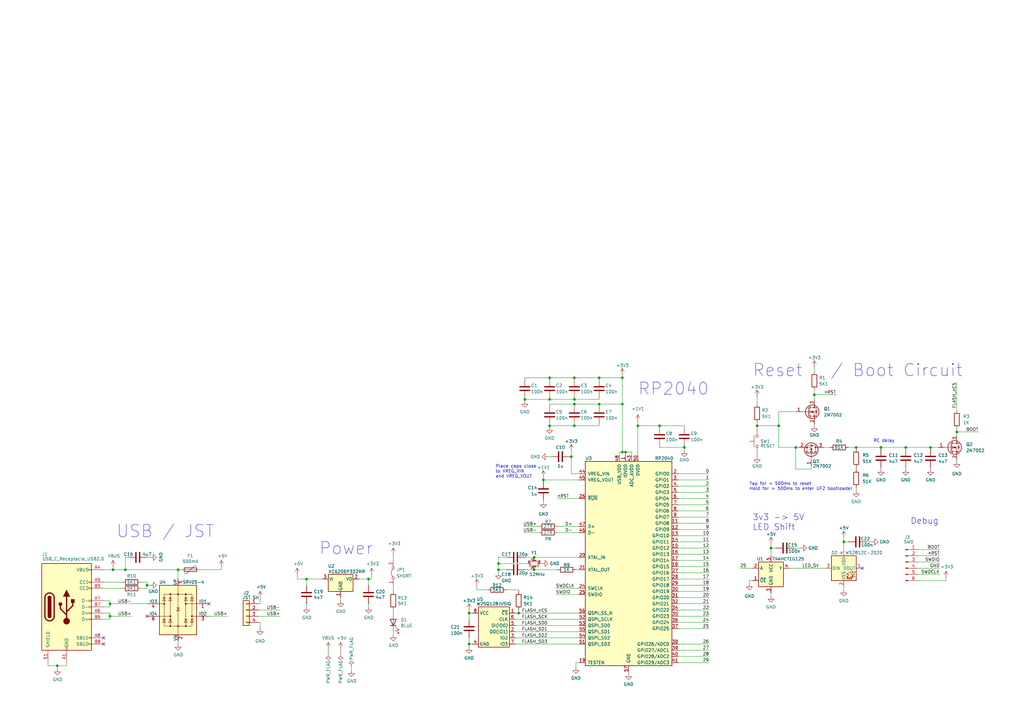
<source format=kicad_sch>
(kicad_sch (version 20211123) (generator eeschema)
  (paper "A3")
  (title_block (title "Keyboard") (date "2022-10-05") (rev "0.1") (company "Josh Johnson"))
  (junction (at 371.475 183.515))
  (junction (at 192.405 264.16))
  (junction (at 234.315 187.325))
  (junction (at 351.155 183.515))
  (junction (at 255.27 154.94))
  (junction (at 204.47 233.68))
  (junction (at 219.075 233.68))
  (junction (at 235.585 154.94))
  (junction (at 219.075 228.6))
  (junction (at 319.405 174.625))
  (junction (at 23.495 273.05))
  (junction (at 46.355 233.68))
  (junction (at 73.025 233.68))
  (junction (at 204.47 231.14))
  (junction (at 60.325 240.03))
  (junction (at 392.43 177.165))
  (junction (at 192.405 251.46))
  (junction (at 255.27 165.735))
  (junction (at 326.39 183.515))
  (junction (at 310.515 174.625))
  (junction (at 225.425 154.94))
  (junction (at 255.27 185.42))
  (junction (at 45.085 247.65))
  (junction (at 256.54 185.42))
  (junction (at 245.745 154.94))
  (junction (at 381.635 183.515))
  (junction (at 235.585 174.625))
  (junction (at 215.265 163.83))
  (junction (at 51.435 233.68))
  (junction (at 270.51 174.625))
  (junction (at 45.085 252.73))
  (junction (at 361.315 183.515))
  (junction (at 261.62 174.625))
  (junction (at 125.73 237.49))
  (junction (at 235.585 163.83))
  (junction (at 225.425 163.83))
  (junction (at 280.67 183.515))
  (junction (at 151.13 237.49))
  (junction (at 245.745 165.735))
  (junction (at 346.075 222.25))
  (junction (at 225.425 174.625))
  (junction (at 235.585 165.735))
  (junction (at 334.01 161.925))
  (junction (at 316.23 224.79))
  (junction (at 222.885 196.85))
  (junction (at 212.725 251.46))
  (no_connect (at 353.695 233.045))
  (no_connect (at 42.545 264.16))
  (no_connect (at 85.725 247.65))
  (no_connect (at 42.545 261.62))
  (no_connect (at 60.325 252.73))
  (wire (pts (xy 235.585 163.83) (xy 245.745 163.83)))
  (wire (pts (xy 332.74 192.405) (xy 326.39 192.405)))
  (wire (pts (xy 361.315 184.15) (xy 361.315 183.515)))
  (wire (pts (xy 278.13 234.95) (xy 290.83 234.95)))
  (wire (pts (xy 278.13 247.65) (xy 290.83 247.65)))
  (wire (pts (xy 192.405 264.16) (xy 193.675 264.16)))
  (wire (pts (xy 121.92 235.585) (xy 121.92 237.49)))
  (wire (pts (xy 278.13 196.85) (xy 290.83 196.85)))
  (wire (pts (xy 57.785 241.3) (xy 60.325 241.3)))
  (wire (pts (xy 319.405 183.515) (xy 319.405 174.625)))
  (wire (pts (xy 280.67 183.515) (xy 280.67 184.785)))
  (wire (pts (xy 334.01 161.925) (xy 342.9 161.925)))
  (wire (pts (xy 225.425 163.83) (xy 235.585 163.83)))
  (wire (pts (xy 326.39 183.515) (xy 327.66 183.515)))
  (wire (pts (xy 392.43 188.595) (xy 392.43 189.23)))
  (wire (pts (xy 60.325 240.03) (xy 60.325 241.3)))
  (wire (pts (xy 392.43 156.845) (xy 392.43 168.275)))
  (wire (pts (xy 259.08 185.42) (xy 256.54 185.42)))
  (wire (pts (xy 334.01 160.02) (xy 334.01 161.925)))
  (wire (pts (xy 323.85 233.045) (xy 338.455 233.045)))
  (wire (pts (xy 147.32 237.49) (xy 151.13 237.49)))
  (wire (pts (xy 270.51 183.515) (xy 280.67 183.515)))
  (wire (pts (xy 139.7 266.065) (xy 139.7 267.97)))
  (wire (pts (xy 371.475 183.515) (xy 381.635 183.515)))
  (wire (pts (xy 45.085 252.73) (xy 53.975 252.73)))
  (wire (pts (xy 376.555 238.125) (xy 387.985 238.125)))
  (wire (pts (xy 46.355 232.41) (xy 46.355 233.68)))
  (wire (pts (xy 278.13 212.09) (xy 290.83 212.09)))
  (wire (pts (xy 261.62 174.625) (xy 261.62 186.69)))
  (wire (pts (xy 211.455 254) (xy 237.49 254)))
  (wire (pts (xy 42.545 251.46) (xy 45.085 251.46)))
  (wire (pts (xy 261.62 172.72) (xy 261.62 174.625)))
  (wire (pts (xy 316.23 222.885) (xy 316.23 224.79)))
  (wire (pts (xy 376.555 225.425) (xy 385.445 225.425)))
  (wire (pts (xy 278.13 204.47) (xy 290.83 204.47)))
  (wire (pts (xy 278.13 266.7) (xy 290.83 266.7)))
  (wire (pts (xy 278.13 252.73) (xy 290.83 252.73)))
  (wire (pts (xy 57.785 238.76) (xy 60.325 238.76)))
  (wire (pts (xy 278.13 227.33) (xy 290.83 227.33)))
  (wire (pts (xy 125.73 237.49) (xy 125.73 240.03)))
  (wire (pts (xy 228.6 215.9) (xy 237.49 215.9)))
  (wire (pts (xy 278.13 214.63) (xy 290.83 214.63)))
  (wire (pts (xy 280.67 182.88) (xy 280.67 183.515)))
  (wire (pts (xy 192.405 251.46) (xy 193.675 251.46)))
  (wire (pts (xy 52.705 228.6) (xy 51.435 228.6)))
  (wire (pts (xy 278.13 222.25) (xy 290.83 222.25)))
  (wire (pts (xy 225.425 166.37) (xy 225.425 165.735)))
  (wire (pts (xy 334.01 150.495) (xy 334.01 152.4)))
  (wire (pts (xy 50.165 241.3) (xy 42.545 241.3)))
  (wire (pts (xy 278.13 245.11) (xy 290.83 245.11)))
  (wire (pts (xy 236.22 233.68) (xy 237.49 233.68)))
  (wire (pts (xy 387.985 236.855) (xy 387.985 238.125)))
  (wire (pts (xy 225.425 163.195) (xy 225.425 163.83)))
  (wire (pts (xy 161.29 260.35) (xy 161.29 259.08)))
  (wire (pts (xy 204.47 233.68) (xy 207.645 233.68)))
  (wire (pts (xy 161.29 240.03) (xy 161.29 242.57)))
  (wire (pts (xy 151.13 248.92) (xy 151.13 247.65)))
  (wire (pts (xy 245.745 154.94) (xy 245.745 155.575)))
  (wire (pts (xy 371.475 191.77) (xy 371.475 192.405)))
  (wire (pts (xy 204.47 228.6) (xy 204.47 231.14)))
  (wire (pts (xy 237.49 204.47) (xy 228.6 204.47)))
  (wire (pts (xy 235.585 165.735) (xy 245.745 165.735)))
  (wire (pts (xy 278.13 255.27) (xy 290.83 255.27)))
  (wire (pts (xy 371.475 184.15) (xy 371.475 183.515)))
  (wire (pts (xy 237.49 194.31) (xy 234.315 194.31)))
  (wire (pts (xy 278.13 240.03) (xy 290.83 240.03)))
  (wire (pts (xy 361.315 191.77) (xy 361.315 192.405)))
  (wire (pts (xy 256.54 185.42) (xy 256.54 186.69)))
  (wire (pts (xy 74.295 233.68) (xy 73.025 233.68)))
  (wire (pts (xy 337.82 183.515) (xy 340.36 183.515)))
  (wire (pts (xy 211.455 259.08) (xy 237.49 259.08)))
  (wire (pts (xy 73.025 233.68) (xy 73.025 237.49)))
  (wire (pts (xy 255.27 153.67) (xy 255.27 154.94)))
  (wire (pts (xy 392.43 177.165) (xy 392.43 178.435)))
  (wire (pts (xy 278.13 232.41) (xy 290.83 232.41)))
  (wire (pts (xy 151.13 240.03) (xy 151.13 237.49)))
  (wire (pts (xy 310.515 173.355) (xy 310.515 174.625)))
  (wire (pts (xy 381.635 184.15) (xy 381.635 183.515)))
  (wire (pts (xy 316.23 224.79) (xy 318.135 224.79)))
  (wire (pts (xy 90.805 232.41) (xy 90.805 233.68)))
  (wire (pts (xy 278.13 250.19) (xy 290.83 250.19)))
  (wire (pts (xy 46.355 233.68) (xy 51.435 233.68)))
  (wire (pts (xy 278.13 257.81) (xy 290.83 257.81)))
  (wire (pts (xy 376.555 233.045) (xy 385.445 233.045)))
  (wire (pts (xy 106.045 255.27) (xy 106.68 255.27)))
  (wire (pts (xy 278.13 264.16) (xy 290.83 264.16)))
  (wire (pts (xy 45.085 254) (xy 42.545 254)))
  (wire (pts (xy 125.73 237.49) (xy 132.08 237.49)))
  (wire (pts (xy 235.585 163.195) (xy 235.585 163.83)))
  (wire (pts (xy 278.13 242.57) (xy 290.83 242.57)))
  (wire (pts (xy 204.47 231.14) (xy 216.535 231.14)))
  (wire (pts (xy 326.39 192.405) (xy 326.39 183.515)))
  (wire (pts (xy 235.585 154.94) (xy 245.745 154.94)))
  (wire (pts (xy 45.085 247.65) (xy 60.325 247.65)))
  (wire (pts (xy 347.98 183.515) (xy 351.155 183.515)))
  (wire (pts (xy 139.7 245.11) (xy 139.7 246.38)))
  (wire (pts (xy 392.43 175.895) (xy 392.43 177.165)))
  (wire (pts (xy 61.595 240.03) (xy 60.325 240.03)))
  (wire (pts (xy 220.98 218.44) (xy 214.63 218.44)))
  (wire (pts (xy 307.34 238.125) (xy 307.34 239.395)))
  (wire (pts (xy 106.045 250.19) (xy 114.935 250.19)))
  (wire (pts (xy 326.39 168.91) (xy 319.405 168.91)))
  (wire (pts (xy 308.61 238.125) (xy 307.34 238.125)))
  (wire (pts (xy 332.74 191.135) (xy 332.74 192.405)))
  (wire (pts (xy 270.51 182.88) (xy 270.51 183.515)))
  (wire (pts (xy 106.68 245.11) (xy 106.68 247.65)))
  (wire (pts (xy 106.68 247.65) (xy 106.045 247.65)))
  (wire (pts (xy 219.075 228.6) (xy 237.49 228.6)))
  (wire (pts (xy 225.425 165.735) (xy 235.585 165.735)))
  (wire (pts (xy 237.49 271.78) (xy 236.22 271.78)))
  (wire (pts (xy 212.725 241.935) (xy 212.725 242.57)))
  (wire (pts (xy 346.075 222.25) (xy 347.98 222.25)))
  (wire (pts (xy 255.27 165.735) (xy 255.27 185.42)))
  (wire (pts (xy 255.27 154.94) (xy 255.27 165.735)))
  (wire (pts (xy 207.645 228.6) (xy 204.47 228.6)))
  (wire (pts (xy 45.085 248.92) (xy 42.545 248.92)))
  (wire (pts (xy 192.405 261.62) (xy 192.405 264.16)))
  (wire (pts (xy 381.635 191.77) (xy 381.635 192.405)))
  (wire (pts (xy 45.085 252.73) (xy 45.085 254)))
  (wire (pts (xy 319.405 168.91) (xy 319.405 174.625)))
  (wire (pts (xy 121.92 237.49) (xy 125.73 237.49)))
  (wire (pts (xy 245.745 173.99) (xy 245.745 174.625)))
  (wire (pts (xy 255.27 185.42) (xy 254 185.42)))
  (wire (pts (xy 278.13 207.01) (xy 290.83 207.01)))
  (wire (pts (xy 212.725 251.46) (xy 237.49 251.46)))
  (wire (pts (xy 381.635 183.515) (xy 384.81 183.515)))
  (wire (pts (xy 235.585 165.735) (xy 235.585 166.37)))
  (wire (pts (xy 215.265 163.83) (xy 215.265 164.465)))
  (wire (pts (xy 211.455 264.16) (xy 237.49 264.16)))
  (wire (pts (xy 222.885 196.85) (xy 222.885 197.485)))
  (wire (pts (xy 235.585 155.575) (xy 235.585 154.94)))
  (wire (pts (xy 316.23 224.79) (xy 316.23 227.965)))
  (wire (pts (xy 19.685 273.05) (xy 19.685 271.78)))
  (wire (pts (xy 45.085 247.65) (xy 45.085 248.92)))
  (wire (pts (xy 245.745 165.735) (xy 255.27 165.735)))
  (wire (pts (xy 326.39 183.515) (xy 319.405 183.515)))
  (wire (pts (xy 192.405 250.19) (xy 192.405 251.46)))
  (wire (pts (xy 270.51 175.26) (xy 270.51 174.625)))
  (wire (pts (xy 215.265 233.68) (xy 219.075 233.68)))
  (wire (pts (xy 221.615 231.14) (xy 222.25 231.14)))
  (wire (pts (xy 236.22 271.78) (xy 236.22 273.685)))
  (wire (pts (xy 45.085 246.38) (xy 45.085 247.65)))
  (wire (pts (xy 278.13 219.71) (xy 290.83 219.71)))
  (wire (pts (xy 278.13 229.87) (xy 290.83 229.87)))
  (wire (pts (xy 235.585 174.625) (xy 245.745 174.625)))
  (wire (pts (xy 200.025 241.935) (xy 195.58 241.935)))
  (wire (pts (xy 256.54 185.42) (xy 255.27 185.42)))
  (wire (pts (xy 233.68 187.325) (xy 234.315 187.325)))
  (wire (pts (xy 245.745 154.94) (xy 255.27 154.94)))
  (wire (pts (xy 27.305 271.78) (xy 27.305 273.05)))
  (wire (pts (xy 316.23 243.205) (xy 316.23 244.475)))
  (wire (pts (xy 376.555 227.965) (xy 385.445 227.965)))
  (wire (pts (xy 385.445 230.505) (xy 376.555 230.505)))
  (wire (pts (xy 278.13 194.31) (xy 290.83 194.31)))
  (wire (pts (xy 227.965 243.84) (xy 237.49 243.84)))
  (wire (pts (xy 346.075 220.345) (xy 346.075 222.25)))
  (wire (pts (xy 215.265 154.94) (xy 225.425 154.94)))
  (wire (pts (xy 346.075 240.665) (xy 346.075 241.935)))
  (wire (pts (xy 60.325 238.76) (xy 60.325 240.03)))
  (wire (pts (xy 228.6 218.44) (xy 237.49 218.44)))
  (wire (pts (xy 245.745 166.37) (xy 245.745 165.735)))
  (wire (pts (xy 106.68 255.27) (xy 106.68 257.81)))
  (wire (pts (xy 278.13 271.78) (xy 290.83 271.78)))
  (wire (pts (xy 270.51 174.625) (xy 280.67 174.625)))
  (wire (pts (xy 303.53 233.045) (xy 308.61 233.045)))
  (wire (pts (xy 161.29 227.33) (xy 161.29 229.87)))
  (wire (pts (xy 60.325 228.6) (xy 61.595 228.6)))
  (wire (pts (xy 225.425 174.625) (xy 235.585 174.625)))
  (wire (pts (xy 237.49 196.85) (xy 222.885 196.85)))
  (wire (pts (xy 234.315 187.325) (xy 234.315 194.31)))
  (wire (pts (xy 351.155 200.025) (xy 351.155 201.295)))
  (wire (pts (xy 23.495 273.05) (xy 19.685 273.05)))
  (wire (pts (xy 334.01 173.99) (xy 334.01 174.625)))
  (wire (pts (xy 42.545 233.68) (xy 46.355 233.68)))
  (wire (pts (xy 211.455 261.62) (xy 237.49 261.62)))
  (wire (pts (xy 106.045 252.73) (xy 114.935 252.73)))
  (wire (pts (xy 222.885 195.58) (xy 222.885 196.85)))
  (wire (pts (xy 151.13 237.49) (xy 152.4 237.49)))
  (wire (pts (xy 280.67 174.625) (xy 280.67 175.26)))
  (wire (pts (xy 361.315 183.515) (xy 371.475 183.515)))
  (wire (pts (xy 212.725 250.19) (xy 212.725 251.46)))
  (wire (pts (xy 234.315 184.785) (xy 234.315 187.325)))
  (wire (pts (xy 215.265 163.83) (xy 225.425 163.83)))
  (wire (pts (xy 351.155 184.15) (xy 351.155 183.515)))
  (wire (pts (xy 319.405 174.625) (xy 310.515 174.625)))
  (wire (pts (xy 392.43 177.165) (xy 401.32 177.165)))
  (wire (pts (xy 334.01 161.925) (xy 334.01 163.83)))
  (wire (pts (xy 219.075 233.68) (xy 228.6 233.68)))
  (wire (pts (xy 278.13 217.17) (xy 290.83 217.17)))
  (wire (pts (xy 278.13 269.24) (xy 290.83 269.24)))
  (wire (pts (xy 215.265 155.575) (xy 215.265 154.94)))
  (wire (pts (xy 225.425 173.99) (xy 225.425 174.625)))
  (wire (pts (xy 235.585 173.99) (xy 235.585 174.625)))
  (wire (pts (xy 385.445 235.585) (xy 376.555 235.585)))
  (wire (pts (xy 204.47 231.14) (xy 204.47 233.68)))
  (wire (pts (xy 225.425 154.94) (xy 235.585 154.94)))
  (wire (pts (xy 278.13 199.39) (xy 290.83 199.39)))
  (wire (pts (xy 45.085 251.46) (xy 45.085 252.73)))
  (wire (pts (xy 270.51 174.625) (xy 261.62 174.625)))
  (wire (pts (xy 195.58 241.935) (xy 195.58 240.03)))
  (wire (pts (xy 85.725 252.73) (xy 93.345 252.73)))
  (wire (pts (xy 23.495 273.05) (xy 23.495 274.32)))
  (wire (pts (xy 192.405 251.46) (xy 192.405 254)))
  (wire (pts (xy 144.145 274.955) (xy 144.145 273.685)))
  (wire (pts (xy 42.545 246.38) (xy 45.085 246.38)))
  (wire (pts (xy 278.13 224.79) (xy 290.83 224.79)))
  (wire (pts (xy 224.79 187.325) (xy 226.06 187.325)))
  (wire (pts (xy 207.645 241.935) (xy 212.725 241.935)))
  (wire (pts (xy 81.915 233.68) (xy 90.805 233.68)))
  (wire (pts (xy 351.155 191.77) (xy 351.155 192.405)))
  (wire (pts (xy 204.47 233.68) (xy 204.47 234.95)))
  (wire (pts (xy 161.29 251.46) (xy 161.29 250.19)))
  (wire (pts (xy 211.455 251.46) (xy 212.725 251.46)))
  (wire (pts (xy 152.4 237.49) (xy 152.4 235.585)))
  (wire (pts (xy 325.755 224.79) (xy 328.295 224.79)))
  (wire (pts (xy 355.6 222.25) (xy 357.505 222.25)))
  (wire (pts (xy 50.165 238.76) (xy 42.545 238.76)))
  (wire (pts (xy 192.405 264.16) (xy 192.405 265.43)))
  (wire (pts (xy 220.98 215.9) (xy 214.63 215.9)))
  (wire (pts (xy 211.455 256.54) (xy 237.49 256.54)))
  (wire (pts (xy 310.515 174.625) (xy 310.515 175.895)))
  (wire (pts (xy 259.08 186.69) (xy 259.08 185.42)))
  (wire (pts (xy 125.73 248.92) (xy 125.73 247.65)))
  (wire (pts (xy 310.515 162.56) (xy 310.515 165.735)))
  (wire (pts (xy 245.745 163.195) (xy 245.745 163.83)))
  (wire (pts (xy 215.265 163.195) (xy 215.265 163.83)))
  (wire (pts (xy 51.435 233.68) (xy 73.025 233.68)))
  (wire (pts (xy 73.025 262.89) (xy 73.025 264.16)))
  (wire (pts (xy 227.965 241.3) (xy 237.49 241.3)))
  (wire (pts (xy 225.425 154.94) (xy 225.425 155.575)))
  (wire (pts (xy 134.62 266.065) (xy 134.62 267.97)))
  (wire (pts (xy 51.435 228.6) (xy 51.435 233.68)))
  (wire (pts (xy 310.515 186.055) (xy 310.515 187.325)))
  (wire (pts (xy 215.265 228.6) (xy 219.075 228.6)))
  (wire (pts (xy 351.155 183.515) (xy 361.315 183.515)))
  (wire (pts (xy 278.13 237.49) (xy 290.83 237.49)))
  (wire (pts (xy 254 185.42) (xy 254 186.69)))
  (wire (pts (xy 278.13 209.55) (xy 290.83 209.55)))
  (wire (pts (xy 222.885 205.105) (xy 222.885 205.74)))
  (wire (pts (xy 346.075 222.25) (xy 346.075 225.425)))
  (wire (pts (xy 278.13 201.93) (xy 290.83 201.93)))
  (wire (pts (xy 225.425 174.625) (xy 225.425 175.26)))
  (wire (pts (xy 257.81 275.59) (xy 257.81 276.225)))
  (wire (pts (xy 27.305 273.05) (xy 23.495 273.05)))
  (text "RP2040" (at 261.62 162.56 0) (effects (font (size 5 5)) (justify left bottom)))
  (text "Reset   / Boot Circuit" (at 308.61 154.94 0) (effects (font (size 5 5)) (justify left bottom)))
  (text "Debug" (at 373.38 215.265 0) (effects (font (size 2.5 2.5)) (justify left bottom)))
  (text "Tap for < 500ms to reset\nHold for > 500ms to enter UF2 bootloader" (at 307.34 201.295 0) (effects (font (size 1.27 1.27)) (justify left bottom)))
  (text "USB / JST" (at 47.625 220.98 0) (effects (font (size 5.0038 5.0038)) (justify left bottom)))
  (text "Place caps close \nto VREG_VIN \nand VREG_VOUT" (at 203.2 196.215 0) (effects (font (size 1.27 1.27)) (justify left bottom)))
  (text "3v3 -> 5V\nLED Shift" (at 308.61 217.805 0) (effects (font (size 2.5 2.5)) (justify left bottom)))
  (text "Power" (at 130.81 227.965 0) (effects (font (size 5.0038 5.0038)) (justify left bottom)))
  (text "RC delay" (at 358.14 181.61 0) (effects (font (size 1.27 1.27)) (justify left bottom)))
  (label "USB+" (at 214.63 215.9 0))
  (label "FLASH_nCS" (at 392.43 156.845 270))
  (label "USB+" (at 53.975 252.73 180))
  (label "nRST" (at 228.6 204.47 0))
  (label "FLASH_SCK" (at 213.995 254 0))
  (label "9" (at 290.83 217.17 180))
  (label "LED_5V" (at 335.915 233.045 180))
  (label "D+" (at 231.775 215.9 0))
  (label "19" (at 290.83 242.57 180))
  (label "8" (at 290.83 214.63 180))
  (label "11" (at 290.83 222.25 180))
  (label "14" (at 290.83 229.87 180))
  (label "21" (at 290.83 247.65 180))
  (label "16" (at 290.83 234.95 180))
  (label "3" (at 290.83 201.93 180))
  (label "12" (at 290.83 224.79 180))
  (label "25" (at 290.83 257.81 180))
  (label "SWDCLK" (at 227.965 241.3 0))
  (label "25" (at 303.53 233.045 0))
  (label "6" (at 290.83 209.55 180))
  (label "FLASH_SD1" (at 213.995 259.08 0))
  (label "FLASH_nCS" (at 213.995 251.46 0))
  (label "USB-" (at 114.935 250.19 180))
  (label "20" (at 290.83 245.11 180))
  (label "15" (at 290.83 232.41 180))
  (label "FLASH_SD2" (at 213.995 261.62 0))
  (label "nRST" (at 385.445 227.965 180))
  (label "17" (at 290.83 237.49 180))
  (label "GND" (at 385.445 233.045 180))
  (label "FLASH_SD0" (at 213.995 256.54 0))
  (label "5" (at 290.83 207.01 180))
  (label "27" (at 290.83 266.7 180))
  (label "18" (at 290.83 240.03 180))
  (label "2" (at 290.83 199.39 180))
  (label "4" (at 290.83 204.47 180))
  (label "USB-" (at 53.975 247.65 180))
  (label "0" (at 290.83 194.31 180))
  (label "24" (at 290.83 255.27 180))
  (label "USB+" (at 114.935 252.73 180))
  (label "7" (at 290.83 212.09 180))
  (label "26" (at 290.83 264.16 180))
  (label "22" (at 290.83 250.19 180))
  (label "nRST" (at 342.9 161.925 180))
  (label "BOOT" (at 401.32 177.165 180))
  (label "USB+" (at 93.345 252.73 180))
  (label "FLASH_SD3" (at 213.995 264.16 0))
  (label "29" (at 290.83 271.78 180))
  (label "D-" (at 231.775 218.44 0))
  (label "28" (at 290.83 269.24 180))
  (label "BOOT" (at 385.445 225.425 180))
  (label "13" (at 290.83 227.33 180))
  (label "10" (at 290.83 219.71 180))
  (label "23" (at 290.83 252.73 180))
  (label "SWDCLK" (at 385.445 235.585 180))
  (label "SWDIO" (at 227.965 243.84 0))
  (label "SWDIO" (at 385.445 230.505 180))
  (label "1" (at 290.83 196.85 180))
  (label "USB-" (at 214.63 218.44 0))
  (symbol (lib_id "Transistor_FET:2N7002") (at 332.74 186.055 270) (mirror x) (unit 1)
    (property "Reference" "Q3" (at 334.645 189.23 90))
    (property "Value" "2N7002" (at 337.185 191.135 90))
    (property "Footprint" "Package_TO_SOT_SMD:SOT-23" (effects hide))
    (property "Datasheet" "https://www.onsemi.com/pub/Collateral/NDS7002A-D.PDF" (effects hide))
    (property "JLC Basic" "Y" (effects hide))
    (property "LCSC" "C8545" (effects hide))
    (property "MPN" "2N7002" (effects hide))
    (property "Manufacturer" "Jiangsu Changjing Electronics Technology Co., Ltd." (effects hide))
  )
  (symbol (lib_id "Device:R") (at 392.43 172.085 0) (unit 1)
    (property "Reference" "R3" (at 394.97 170.8149 0) (effects (justify left)))
    (property "Value" "1K" (at 394.97 173.3549 0) (effects (justify left)))
    (property "Footprint" "Resistor_SMD:R_0402_1005Metric" (effects hide))
    (property "LCSC" "C11702" (effects hide))
    (property "Manufacturer" "UNI-ROYAL(Uniroyal Elec)" (effects hide))
    (property "JLC Basic" "Y" (effects hide))
    (property "Substitute" "Y" (effects hide))
    (property "MPN" "0402WGF1001TCE" (effects hide))
  )
  (symbol (lib_id "power:GND") (at 192.405 265.43 0) (unit 1)
    (property "Reference" "#PWR041" (effects hide))
    (property "Value" "GND" (at 192.405 269.875 0))
  )
  (symbol (lib_id "power:PWR_FLAG") (at 139.7 267.97 180) (unit 1)
    (property "Reference" "#FLG02" (effects hide))
    (property "Value" "PWR_FLAG" (at 139.7 275.59 90))
  )
  (symbol (lib_id "Device:R") (at 203.835 241.935 90) (unit 1)
    (property "Reference" "R12" (at 203.835 240.03 90))
    (property "Value" "5K1" (at 203.835 241.935 90))
    (property "Footprint" "Resistor_SMD:R_0603_1608Metric" (effects hide))
    (property "JLC Basic" "Y" (effects hide))
    (property "LCSC" "C23186" (effects hide))
    (property "MPN" "0603WAF5101T5E" (effects hide))
    (property "Manufacturer" "UNI-ROYAL(Uniroyal Elec)" (effects hide))
  )
  (symbol (lib_id "power:GND") (at 307.34 239.395 0) (unit 1)
    (property "Reference" "#PWR029" (effects hide))
    (property "Value" "GND" (at 307.34 244.475 0))
  )
  (symbol (lib_id "Device:R") (at 224.79 215.9 90) (unit 1)
    (property "Reference" "R7" (at 224.79 213.995 90))
    (property "Value" "27R" (at 224.79 215.9 90))
    (property "Footprint" "Resistor_SMD:R_0603_1608Metric" (effects hide))
    (property "LCSC" "C25190" (effects hide))
    (property "Manufacturer" "UNI-ROYAL(Uniroyal Elec)" (effects hide))
    (property "JLC Basic" "Y" (effects hide))
    (property "Substitute" "Y" (effects hide))
    (property "MPN" "0603WAF270JT5E" (effects hide))
  )
  (symbol (lib_id "power:VBUS") (at 134.62 266.065 0) (unit 1)
    (property "Reference" "#PWR042" (effects hide))
    (property "Value" "VBUS" (at 134.62 261.62 0))
  )
  (symbol (lib_id "power:+5V") (at 90.805 232.41 0) (unit 1)
    (property "Reference" "#PWR025" (effects hide))
    (property "Value" "+5V" (at 91.186 228.0158 0))
  )
  (symbol (lib_id "Device:R") (at 351.155 196.215 0) (unit 1)
    (property "Reference" "R6" (at 353.695 194.9449 0) (effects (justify left)))
    (property "Value" "51K" (at 353.695 197.4849 0) (effects (justify left)))
    (property "Footprint" "Resistor_SMD:R_0603_1608Metric" (effects hide))
    (property "JLC Basic" "Y" (effects hide))
    (property "LCSC" "C23196" (effects hide))
    (property "Manufacturer" "UNI-ROYAL(Uniroyal Elec)" (effects hide))
    (property "Substitute" "Y" (effects hide))
    (property "MPN" "0603WAF5102T5E" (effects hide))
  )
  (symbol (lib_id "Device:C") (at 381.635 187.96 0) (unit 1)
    (property "Reference" "C13" (at 384.81 186.6899 0) (effects (justify left)))
    (property "Value" "4u7" (at 384.81 189.2299 0) (effects (justify left)))
    (property "Footprint" "Capacitor_SMD:C_0603_1608Metric" (effects hide))
    (property "JLC Basic" "Y" (effects hide))
    (property "LCSC" "C19666" (effects hide))
    (property "Manufacturer" "Samsung Electro-Mechanics" (effects hide))
    (property "Substitute" "Y" (effects hide))
    (property "MPN" "CL10A475KO8NNNC" (effects hide))
  )
  (symbol (lib_id "Device:C") (at 235.585 170.18 0) (unit 1)
    (property "Reference" "C6" (at 238.125 168.91 0) (effects (justify left)))
    (property "Value" "100n" (at 238.125 171.45 0) (effects (justify left)))
    (property "Footprint" "Capacitor_SMD:C_0402_1005Metric" (effects hide))
    (property "LCSC" "C1525" (effects hide))
    (property "Manufacturer" "Samsung Electro-Mechanics" (effects hide))
    (property "JLC Basic" "Y" (effects hide))
    (property "Substitute" "Y" (effects hide))
    (property "MPN" "CL05B104KO5NNNC" (effects hide))
  )
  (symbol (lib_id "power:GND") (at 225.425 175.26 0) (unit 1)
    (property "Reference" "#PWR07" (effects hide))
    (property "Value" "GND" (at 225.425 179.705 0))
  )
  (symbol (lib_id "power:+3V3") (at 195.58 240.03 0) (unit 1)
    (property "Reference" "#PWR031" (effects hide))
    (property "Value" "+3V3" (at 195.58 236.22 0))
  )
  (symbol (lib_id "Transistor_FET:2N7002") (at 389.89 183.515 0) (unit 1)
    (property "Reference" "Q2" (at 396.24 182.2449 0) (effects (justify left)))
    (property "Value" "2N7002" (at 396.24 184.7849 0) (effects (justify left)))
    (property "Footprint" "Package_TO_SOT_SMD:SOT-23" (effects hide))
    (property "Datasheet" "https://www.onsemi.com/pub/Collateral/NDS7002A-D.PDF" (effects hide))
    (property "JLC Basic" "Y" (effects hide))
    (property "LCSC" "C8545" (effects hide))
    (property "MPN" "2N7002" (effects hide))
    (property "Manufacturer" "Jiangsu Changjing Electronics Technology Co., Ltd." (effects hide))
  )
  (symbol (lib_id "power:GND") (at 346.075 241.935 0) (unit 1)
    (property "Reference" "#PWR0103" (effects hide))
    (property "Value" "GND" (at 346.075 246.38 0))
  )
  (symbol (lib_id "power:+5V") (at 139.7 266.065 0) (unit 1)
    (property "Reference" "#PWR043" (effects hide))
    (property "Value" "+5V" (at 140.081 261.6708 0))
  )
  (symbol (lib_id "Device:LED") (at 161.29 255.27 90) (unit 1)
    (property "Reference" "D1" (at 164.2872 254.2794 90) (effects (justify right)))
    (property "Value" "BLUE" (at 164.2872 256.5908 90) (effects (justify right)))
    (property "Footprint" "LED_SMD:LED_0603_1608Metric" (effects hide))
    (property "LCSC" "C72041" (effects hide))
    (property "MPN" "19-217/BHC-ZL1M2RY/3T " (effects hide))
    (property "Manufacturer" "Everlight Elec" (effects hide))
    (property "JLC Basic" "Y" (effects hide))
  )
  (symbol (lib_id "Device:R") (at 161.29 246.38 0) (unit 1)
    (property "Reference" "R13" (at 163.068 245.2116 0) (effects (justify left)))
    (property "Value" "5K1" (at 163.068 247.523 0) (effects (justify left)))
    (property "Footprint" "Resistor_SMD:R_0603_1608Metric" (effects hide))
    (property "LCSC" "C23186" (effects hide))
    (property "MPN" "0603WAF5101T5E" (effects hide))
    (property "Manufacturer" "UNI-ROYAL(Uniroyal Elec)" (effects hide))
    (property "JLC Basic" "Y" (effects hide))
  )
  (symbol (lib_id "power:+3V3") (at 334.01 150.495 0) (unit 1)
    (property "Reference" "#PWR01" (effects hide))
    (property "Value" "+3V3" (at 334.01 146.685 0))
  )
  (symbol (lib_id "power:+1V1") (at 222.885 195.58 0) (unit 1)
    (property "Reference" "#PWR016" (effects hide))
    (property "Value" "+1V1" (at 222.885 191.77 0))
  )
  (symbol (lib_id "Device:C") (at 192.405 257.81 0) (unit 1)
    (property "Reference" "C21" (at 184.785 257.175 0) (effects (justify left)))
    (property "Value" "100n" (at 184.785 259.715 0) (effects (justify left)))
    (property "Footprint" "Capacitor_SMD:C_0402_1005Metric" (effects hide))
    (property "LCSC" "C1525" (effects hide))
    (property "Manufacturer" "Samsung Electro-Mechanics" (effects hide))
    (property "JLC Basic" "Y" (effects hide))
    (property "Substitute" "Y" (effects hide))
    (property "MPN" "CL05B104KO5NNNC" (effects hide))
  )
  (symbol (lib_id "power:+3V3") (at 255.27 153.67 0) (unit 1)
    (property "Reference" "#PWR02" (effects hide))
    (property "Value" "+3V3" (at 255.27 149.86 0))
  )
  (symbol (lib_id "power:GND") (at 61.595 240.03 90) (unit 1)
    (property "Reference" "#PWR030" (effects hide))
    (property "Value" "GND" (at 62.865 242.57 90))
  )
  (symbol (lib_id "power:GND") (at 328.295 224.79 90) (unit 1)
    (property "Reference" "#PWR020" (effects hide))
    (property "Value" "GND" (at 331.47 224.79 90) (effects (justify right)))
  )
  (symbol (lib_id "Device:C") (at 211.455 233.68 90) (unit 1)
    (property "Reference" "C18" (at 207.645 235.585 90))
    (property "Value" "20p" (at 214.63 234.95 90))
    (property "Footprint" "Capacitor_SMD:C_0402_1005Metric" (effects hide))
    (property "LCSC" "C1554" (effects hide))
    (property "Manufacturer" "FH(Guangdong Fenghua Advanced Tech)" (effects hide))
    (property "JLC Basic" "Y" (effects hide))
    (property "Substitute" "Y" (effects hide))
    (property "MPN" "0402CG200J500NT" (effects hide))
  )
  (symbol (lib_id "74xGxx:NC7SZ125M5X") (at 316.23 235.585 0) (unit 1)
    (property "Reference" "U1" (at 311.785 229.235 0))
    (property "Value" "74AHCT1G125" (at 323.215 229.235 0))
    (property "Footprint" "josh-soic-sot-etc:SOT-23-5" (effects hide))
    (property "Datasheet" "https://www.onsemi.com/pdf/datasheet/nc7sz125-d.pdf" (effects hide))
    (property "JLC Basic" "N" (effects hide))
    (property "LCSC" "C7484" (effects hide))
    (property "MPN" "SN74AHCT1G125DBVR" (effects hide))
    (property "Manufacturer" "Texas Instruments" (effects hide))
  )
  (symbol (lib_id "Regulator_Linear:XC6206PxxxMR") (at 139.7 237.49 0) (unit 1)
    (property "Reference" "U2" (at 135.89 232.1518 0))
    (property "Value" "XC6206P332MR" (at 142.24 234.4505 0))
    (property "Footprint" "Package_TO_SOT_SMD:SOT-23" (effects hide))
    (property "Datasheet" "https://www.torexsemi.com/file/xc6206/XC6206.pdf" (effects hide))
    (property "LCSC" "C5446" (effects hide))
    (property "MPN" "XC6206P332MR" (effects hide))
    (property "Manufacturer" "Torex Semicon" (effects hide))
    (property "JLC Basic" "Y" (effects hide))
  )
  (symbol (lib_id "Jumper:Jumper_2_Bridged") (at 161.29 234.95 90) (unit 1) (in_bom no)
    (property "Reference" "JP1" (at 162.56 233.6799 90) (effects (justify right)))
    (property "Value" "SHORT" (at 162.56 236.2199 90) (effects (justify right)))
    (property "Footprint" "Jumper:SolderJumper-2_P1.3mm_Bridged_RoundedPad1.0x1.5mm" (effects hide))
    (property "DNP" "DNP" (effects hide))
    (property "JLC Basic" "NA" (effects hide))
  )
  (symbol (lib_id "Connector:Conn_01x06_Male") (at 371.475 230.505 0) (unit 1)
    (property "Reference" "J3" (at 372.11 220.345 0))
    (property "Value" "SWD" (at 372.745 222.25 0))
    (property "Footprint" "josh-connectors:6_PIN_THT_Staggered" (effects hide))
  )
  (symbol (lib_id "power:GND") (at 392.43 189.23 0) (unit 1)
    (property "Reference" "#PWR012" (effects hide))
    (property "Value" "GND" (at 392.43 194.31 0))
  )
  (symbol (lib_id "power:PWR_FLAG") (at 134.62 267.97 180) (unit 1)
    (property "Reference" "#FLG01" (effects hide))
    (property "Value" "PWR_FLAG" (at 134.62 275.59 90))
  )
  (symbol (lib_id "power:GND") (at 125.73 248.92 0) (unit 1)
    (property "Reference" "#PWR035" (effects hide))
    (property "Value" "GND" (at 125.857 253.3142 0))
  )
  (symbol (lib_id "Power_Protection:SRV05-4") (at 73.025 250.19 0) (mirror y) (unit 1)
    (property "Reference" "U4" (at 66.675 238.76 0))
    (property "Value" "SRV05-4" (at 79.375 238.76 0))
    (property "Footprint" "josh-soic-sot-etc:SOT-23-6_SRV05" (effects hide))
    (property "Datasheet" "http://www.onsemi.com/pub/Collateral/SRV05-4-D.PDF" (effects hide))
    (property "LCSC" "C85364" (effects hide))
    (property "MPN" "SRV05-4-P-T7" (effects hide))
    (property "Manufacturer" "ProTek Devices" (effects hide))
    (property "JLC Basic" "Y" (effects hide))
  )
  (symbol (lib_id "Device:C") (at 270.51 179.07 0) (unit 1)
    (property "Reference" "C8" (at 273.05 177.8 0) (effects (justify left)))
    (property "Value" "100n" (at 273.05 180.34 0) (effects (justify left)))
    (property "Footprint" "Capacitor_SMD:C_0402_1005Metric" (effects hide))
    (property "LCSC" "C1525" (effects hide))
    (property "Manufacturer" "Samsung Electro-Mechanics" (effects hide))
    (property "JLC Basic" "Y" (effects hide))
    (property "Substitute" "Y" (effects hide))
    (property "MPN" "CL05B104KO5NNNC" (effects hide))
  )
  (symbol (lib_id "power:+1V1") (at 261.62 172.72 0) (unit 1)
    (property "Reference" "#PWR05" (effects hide))
    (property "Value" "+1V1" (at 261.62 167.64 0))
  )
  (symbol (lib_id "Device:C") (at 222.885 201.295 0) (mirror y) (unit 1)
    (property "Reference" "C14" (at 220.345 200.025 0) (effects (justify left)))
    (property "Value" "1u" (at 220.345 202.565 0) (effects (justify left)))
    (property "Footprint" "Capacitor_SMD:C_0402_1005Metric" (effects hide))
    (property "LCSC" "C52923" (effects hide))
    (property "Manufacturer" "Samsung Electro-Mechanics" (effects hide))
    (property "JLC Basic" "Y" (effects hide))
    (property "Substitute" "Y" (effects hide))
    (property "MPN" "CL05A105KA5NQNC" (effects hide))
  )
  (symbol (lib_id "Device:C") (at 245.745 170.18 0) (unit 1)
    (property "Reference" "C7" (at 248.285 168.91 0) (effects (justify left)))
    (property "Value" "100n" (at 248.285 171.45 0) (effects (justify left)))
    (property "Footprint" "Capacitor_SMD:C_0402_1005Metric" (effects hide))
    (property "LCSC" "C1525" (effects hide))
    (property "Manufacturer" "Samsung Electro-Mechanics" (effects hide))
    (property "JLC Basic" "Y" (effects hide))
    (property "Substitute" "Y" (effects hide))
    (property "MPN" "CL05B104KO5NNNC" (effects hide))
  )
  (symbol (lib_id "power:+3V3") (at 234.315 184.785 0) (unit 1)
    (property "Reference" "#PWR08" (effects hide))
    (property "Value" "+3V3" (at 234.315 180.975 0))
  )
  (symbol (lib_id "power:+5V") (at 316.23 222.885 0) (unit 1)
    (property "Reference" "#PWR019" (effects hide))
    (property "Value" "+5V" (at 316.23 219.075 0))
  )
  (symbol (lib_id "Device:C") (at 245.745 159.385 0) (unit 1)
    (property "Reference" "C4" (at 248.285 158.115 0) (effects (justify left)))
    (property "Value" "100n" (at 248.285 160.655 0) (effects (justify left)))
    (property "Footprint" "Capacitor_SMD:C_0402_1005Metric" (effects hide))
    (property "LCSC" "C1525" (effects hide))
    (property "Manufacturer" "Samsung Electro-Mechanics" (effects hide))
    (property "JLC Basic" "Y" (effects hide))
    (property "Substitute" "Y" (effects hide))
    (property "MPN" "CL05B104KO5NNNC" (effects hide))
  )
  (symbol (lib_id "Device:R") (at 334.01 156.21 0) (unit 1)
    (property "Reference" "R1" (at 335.915 154.9399 0) (effects (justify left)))
    (property "Value" "5K1" (at 335.915 157.4799 0) (effects (justify left)))
    (property "Footprint" "Resistor_SMD:R_0603_1608Metric" (effects hide))
    (property "LCSC" "C23186" (effects hide))
    (property "Manufacturer" "UNI-ROYAL(Uniroyal Elec)" (effects hide))
    (property "JLC Basic" "Y" (effects hide))
    (property "Substitute" "Y" (effects hide))
    (property "MPN" "0603WAF5101T5E" (effects hide))
  )
  (symbol (lib_id "Device:R") (at 53.975 238.76 270) (unit 1)
    (property "Reference" "R10" (at 53.975 236.22 90))
    (property "Value" "5K1" (at 53.975 238.76 90))
    (property "Footprint" "Resistor_SMD:R_0603_1608Metric" (effects hide))
    (property "LCSC" "C23186" (effects hide))
    (property "MPN" "0603WAF5101T5E" (effects hide))
    (property "Manufacturer" "UNI-ROYAL(Uniroyal Elec)" (effects hide))
    (property "JLC Basic" "Y" (effects hide))
  )
  (symbol (lib_id "power:GND") (at 357.505 222.25 90) (unit 1)
    (property "Reference" "#PWR0102" (effects hide))
    (property "Value" "GND" (at 360.68 222.25 90) (effects (justify right)))
  )
  (symbol (lib_id "power:GND") (at 361.315 192.405 0) (unit 1)
    (property "Reference" "#PWR013" (effects hide))
    (property "Value" "GND" (at 361.315 196.85 0))
  )
  (symbol (lib_id "power:GND") (at 280.67 184.785 0) (unit 1)
    (property "Reference" "#PWR09" (effects hide))
    (property "Value" "GND" (at 280.67 188.595 0))
  )
  (symbol (lib_id "power:GND") (at 204.47 234.95 0) (unit 1)
    (property "Reference" "#PWR026" (effects hide))
    (property "Value" "GND" (at 207.645 238.125 0))
  )
  (symbol (lib_id "power:GND") (at 161.29 260.35 0) (unit 1)
    (property "Reference" "#PWR039" (effects hide))
    (property "Value" "GND" (at 161.417 264.7442 0))
  )
  (symbol (lib_id "Device:C") (at 321.945 224.79 90) (unit 1)
    (property "Reference" "C15" (at 327.025 223.52 90) (effects (justify left)))
    (property "Value" "100n" (at 328.295 226.06 90) (effects (justify left)))
    (property "Footprint" "Capacitor_SMD:C_0402_1005Metric" (effects hide))
    (property "LCSC" "C1525" (effects hide))
    (property "Manufacturer" "Samsung Electro-Mechanics" (effects hide))
    (property "JLC Basic" "Y" (effects hide))
    (property "Substitute" "Y" (effects hide))
    (property "MPN" "CL05B104KO5NNNC" (effects hide))
  )
  (symbol (lib_id "power:GND") (at 23.495 274.32 0) (unit 1)
    (property "Reference" "#PWR045" (effects hide))
    (property "Value" "GND" (at 23.622 278.7142 0))
  )
  (symbol (lib_id "Device:C") (at 235.585 159.385 0) (unit 1)
    (property "Reference" "C3" (at 238.125 158.115 0) (effects (justify left)))
    (property "Value" "100n" (at 238.125 160.655 0) (effects (justify left)))
    (property "Footprint" "Capacitor_SMD:C_0402_1005Metric" (effects hide))
    (property "LCSC" "C1525" (effects hide))
    (property "Manufacturer" "Samsung Electro-Mechanics" (effects hide))
    (property "JLC Basic" "Y" (effects hide))
    (property "Substitute" "Y" (effects hide))
    (property "MPN" "CL05B104KO5NNNC" (effects hide))
  )
  (symbol (lib_id "power:GND") (at 351.155 201.295 0) (unit 1)
    (property "Reference" "#PWR017" (effects hide))
    (property "Value" "GND" (at 351.155 205.74 0))
  )
  (symbol (lib_id "Switch:SW_Push") (at 310.515 180.975 90) (unit 1)
    (property "Reference" "SW1" (at 311.785 180.975 90) (effects (justify right)))
    (property "Value" "RESET" (at 311.785 182.88 90) (effects (justify right)))
    (property "Footprint" "josh-buttons-switches:SW_SPST_SKQG" (effects hide))
    (property "JLC Basic" "Y" (effects hide))
    (property "LCSC" "C318884" (effects hide))
    (property "MPN" "TS-1187A-B-A-B" (effects hide))
    (property "Manufacturer" "XKB Connectivity" (effects hide))
  )
  (symbol (lib_id "josh-led:WS2812C-2020") (at 346.075 233.045 0) (unit 1)
    (property "Reference" "D2" (at 342.265 226.695 0))
    (property "Value" "WS2812C-2020" (at 354.33 226.695 0))
    (property "Footprint" "josh-led:WS2812C-2020" (effects hide))
  )
  (symbol (lib_id "Device:C") (at 211.455 228.6 90) (unit 1)
    (property "Reference" "C17" (at 207.645 227.33 90))
    (property "Value" "20p" (at 214.63 227.33 90))
    (property "Footprint" "Capacitor_SMD:C_0402_1005Metric" (effects hide))
    (property "LCSC" "C1554" (effects hide))
    (property "Manufacturer" "FH(Guangdong Fenghua Advanced Tech)" (effects hide))
    (property "JLC Basic" "Y" (effects hide))
    (property "Substitute" "Y" (effects hide))
    (property "MPN" "0402CG200J500NT" (effects hide))
  )
  (symbol (lib_id "power:GND") (at 371.475 192.405 0) (unit 1)
    (property "Reference" "#PWR014" (effects hide))
    (property "Value" "GND" (at 371.475 196.85 0))
  )
  (symbol (lib_id "Device:C") (at 125.73 243.84 180) (unit 1)
    (property "Reference" "C19" (at 128.651 242.6716 0) (effects (justify right)))
    (property "Value" "4u7" (at 128.651 244.983 0) (effects (justify right)))
    (property "Footprint" "Capacitor_SMD:C_0603_1608Metric" (effects hide))
    (property "LCSC" "C19666" (effects hide))
    (property "MPN" "CL10A475KO8NNNC" (effects hide))
    (property "Manufacturer" "Samsung Electro-Mechanics" (effects hide))
    (property "JLC Basic" "Y" (effects hide))
  )
  (symbol (lib_id "Device:C") (at 215.265 159.385 0) (unit 1)
    (property "Reference" "C1" (at 217.805 158.115 0) (effects (justify left)))
    (property "Value" "100n" (at 217.805 160.655 0) (effects (justify left)))
    (property "Footprint" "Capacitor_SMD:C_0402_1005Metric" (effects hide))
    (property "LCSC" "C1525" (effects hide))
    (property "Manufacturer" "Samsung Electro-Mechanics" (effects hide))
    (property "JLC Basic" "Y" (effects hide))
    (property "Substitute" "Y" (effects hide))
    (property "MPN" "CL05B104KO5NNNC" (effects hide))
  )
  (symbol (lib_id "Connector_Generic:Conn_01x04") (at 100.965 250.19 0) (mirror y) (unit 1)
    (property "Reference" "J2" (at 100.965 243.205 0))
    (property "Value" "JST SH" (at 102.87 245.11 0))
    (property "Footprint" "josh-connectors:JST_SH_SM04B-SRSS-TB_1x04-1MP_P1.00mm_Horizontal" (effects hide))
    (property "JLC Basic" "N" (effects hide))
    (property "LCSC" "C160404" (effects hide))
    (property "MPN" "SM04B-SRSS-TB(LF)(SN)" (effects hide))
    (property "Manufacturer" "JST Sales America" (effects hide))
  )
  (symbol (lib_id "power:+3V3") (at 192.405 250.19 0) (unit 1)
    (property "Reference" "#PWR037" (effects hide))
    (property "Value" "+3V3" (at 192.405 246.38 0))
  )
  (symbol (lib_id "Device:C") (at 225.425 170.18 0) (unit 1)
    (property "Reference" "C5" (at 227.965 168.91 0) (effects (justify left)))
    (property "Value" "100n" (at 227.965 171.45 0) (effects (justify left)))
    (property "Footprint" "Capacitor_SMD:C_0402_1005Metric" (effects hide))
    (property "LCSC" "C1525" (effects hide))
    (property "Manufacturer" "Samsung Electro-Mechanics" (effects hide))
    (property "JLC Basic" "Y" (effects hide))
    (property "Substitute" "Y" (effects hide))
    (property "MPN" "CL05B104KO5NNNC" (effects hide))
  )
  (symbol (lib_id "power:GND") (at 139.7 246.38 0) (unit 1)
    (property "Reference" "#PWR034" (effects hide))
    (property "Value" "GND" (at 139.827 250.7742 0))
  )
  (symbol (lib_id "Device:C") (at 229.87 187.325 90) (unit 1)
    (property "Reference" "C10" (at 229.87 183.515 90))
    (property "Value" "1u" (at 229.87 191.135 90))
    (property "Footprint" "Capacitor_SMD:C_0402_1005Metric" (effects hide))
    (property "LCSC" "C52923" (effects hide))
    (property "Manufacturer" "Samsung Electro-Mechanics" (effects hide))
    (property "JLC Basic" "Y" (effects hide))
    (property "Substitute" "Y" (effects hide))
    (property "MPN" "CL05A105KA5NQNC" (effects hide))
  )
  (symbol (lib_id "Device:R") (at 232.41 233.68 90) (unit 1)
    (property "Reference" "R9" (at 232.41 231.775 90))
    (property "Value" "1K" (at 232.41 233.68 90))
    (property "Footprint" "Resistor_SMD:R_0402_1005Metric" (effects hide))
    (property "LCSC" "C11702" (effects hide))
    (property "Manufacturer" "UNI-ROYAL(Uniroyal Elec)" (effects hide))
    (property "JLC Basic" "Y" (effects hide))
    (property "Substitute" "Y" (effects hide))
    (property "MPN" "0402WGF1001TCE" (effects hide))
  )
  (symbol (lib_id "Transistor_FET:2N7002") (at 331.47 168.91 0) (unit 1)
    (property "Reference" "Q1" (at 337.82 167.6399 0) (effects (justify left)))
    (property "Value" "2N7002" (at 337.82 170.1799 0) (effects (justify left)))
    (property "Footprint" "Package_TO_SOT_SMD:SOT-23" (effects hide))
    (property "Datasheet" "https://www.onsemi.com/pub/Collateral/NDS7002A-D.PDF" (effects hide))
    (property "JLC Basic" "Y" (effects hide))
    (property "LCSC" "C8545" (effects hide))
    (property "MPN" "2N7002" (effects hide))
    (property "Manufacturer" "Jiangsu Changjing Electronics Technology Co., Ltd." (effects hide))
  )
  (symbol (lib_id "power:+3V3") (at 152.4 235.585 0) (unit 1)
    (property "Reference" "#PWR028" (effects hide))
    (property "Value" "+3V3" (at 152.781 231.1908 0))
  )
  (symbol (lib_id "power:GND") (at 144.145 274.955 0) (unit 1)
    (property "Reference" "#PWR046" (effects hide))
    (property "Value" "GND" (at 144.272 279.3492 0))
  )
  (symbol (lib_id "power:GND") (at 222.25 231.14 90) (unit 1)
    (property "Reference" "#PWR023" (effects hide))
    (property "Value" "GND" (at 225.425 231.1399 90) (effects (justify right)))
  )
  (symbol (lib_id "power:GND") (at 215.265 164.465 0) (unit 1)
    (property "Reference" "#PWR04" (effects hide))
    (property "Value" "GND" (at 215.265 168.91 0))
  )
  (symbol (lib_id "Device:Polyfuse") (at 78.105 233.68 270) (unit 1)
    (property "Reference" "F1" (at 78.105 227.965 90))
    (property "Value" "500mA" (at 78.105 230.2764 90))
    (property "Footprint" "josh-passives-smt:Fuse_0805_2012Metric" (effects hide))
    (property "LCSC" "C135329" (effects hide))
    (property "MPN" "ASMD0805-050" (effects hide))
    (property "Manufacturer" "Shenzhen JDT Fuse" (effects hide))
    (property "JLC Basic" "N" (effects hide))
  )
  (symbol (lib_id "Device:C") (at 361.315 187.96 0) (unit 1)
    (property "Reference" "C11" (at 364.49 186.6899 0) (effects (justify left)))
    (property "Value" "4u7" (at 364.49 189.2299 0) (effects (justify left)))
    (property "Footprint" "Capacitor_SMD:C_0603_1608Metric" (effects hide))
    (property "JLC Basic" "Y" (effects hide))
    (property "LCSC" "C19666" (effects hide))
    (property "Manufacturer" "Samsung Electro-Mechanics" (effects hide))
    (property "Substitute" "Y" (effects hide))
    (property "MPN" "CL10A475KO8NNNC" (effects hide))
  )
  (symbol (lib_id "power:GND") (at 61.595 228.6 90) (unit 1)
    (property "Reference" "#PWR022" (effects hide))
    (property "Value" "GND" (at 65.9892 228.473 0))
  )
  (symbol (lib_id "Device:R") (at 344.17 183.515 90) (unit 1)
    (property "Reference" "R4" (at 344.17 180.975 90))
    (property "Value" "51K" (at 344.17 183.515 90))
    (property "Footprint" "Resistor_SMD:R_0603_1608Metric" (effects hide))
    (property "JLC Basic" "Y" (effects hide))
    (property "LCSC" "C23196" (effects hide))
    (property "Manufacturer" "UNI-ROYAL(Uniroyal Elec)" (effects hide))
    (property "Substitute" "Y" (effects hide))
    (property "MPN" "0603WAF5102T5E" (effects hide))
  )
  (symbol (lib_id "power:GND") (at 310.515 187.325 0) (unit 1)
    (property "Reference" "#PWR011" (effects hide))
    (property "Value" "GND" (at 310.515 191.135 0))
  )
  (symbol (lib_id "power:PWR_FLAG") (at 144.145 273.685 0) (unit 1)
    (property "Reference" "#FLG03" (effects hide))
    (property "Value" "PWR_FLAG" (at 144.145 266.065 90))
  )
  (symbol (lib_id "power:GND") (at 73.025 264.16 0) (unit 1)
    (property "Reference" "#PWR040" (effects hide))
    (property "Value" "GND" (at 73.152 268.5542 0))
  )
  (symbol (lib_id "power:VBUS") (at 46.355 232.41 0) (unit 1)
    (property "Reference" "#PWR024" (effects hide))
    (property "Value" "VBUS" (at 46.736 228.0158 0))
  )
  (symbol (lib_id "power:+3V3") (at 161.29 227.33 0) (unit 1)
    (property "Reference" "#PWR021" (effects hide))
    (property "Value" "+3V3" (at 161.671 222.9358 0))
  )
  (symbol (lib_id "power:GND") (at 257.81 276.225 0) (unit 1)
    (property "Reference" "#PWR047" (effects hide))
    (property "Value" "GND" (at 257.81 280.67 0))
  )
  (symbol (lib_id "power:GND") (at 316.23 244.475 0) (unit 1)
    (property "Reference" "#PWR032" (effects hide))
    (property "Value" "GND" (at 316.23 248.92 0))
  )
  (symbol (lib_id "Device:C") (at 225.425 159.385 0) (unit 1)
    (property "Reference" "C2" (at 227.965 158.115 0) (effects (justify left)))
    (property "Value" "100n" (at 227.965 160.655 0) (effects (justify left)))
    (property "Footprint" "Capacitor_SMD:C_0402_1005Metric" (effects hide))
    (property "LCSC" "C1525" (effects hide))
    (property "Manufacturer" "Samsung Electro-Mechanics" (effects hide))
    (property "JLC Basic" "Y" (effects hide))
    (property "Substitute" "Y" (effects hide))
    (property "MPN" "CL05B104KO5NNNC" (effects hide))
  )
  (symbol (lib_id "power:GND") (at 106.68 257.81 0) (unit 1)
    (property "Reference" "#PWR038" (effects hide))
    (property "Value" "GND" (at 106.68 262.89 0))
  )
  (symbol (lib_id "power:GND") (at 151.13 248.92 0) (unit 1)
    (property "Reference" "#PWR036" (effects hide))
    (property "Value" "GND" (at 151.257 253.3142 0))
  )
  (symbol (lib_id "power:GND") (at 334.01 174.625 0) (unit 1)
    (property "Reference" "#PWR06" (effects hide))
    (property "Value" "GND" (at 334.01 178.435 0))
  )
  (symbol (lib_name "W25Q128JVSIQ_1") (lib_id "josh-memory:W25Q128JVSIQ") (at 198.755 256.54 0) (mirror y) (unit 1)
    (property "Reference" "U5" (at 196.85 245.745 0))
    (property "Value" "W25Q128JVSIQ" (at 202.565 247.65 0))
    (property "Footprint" "josh-soic-sot-etc:SOIC-8_3.9x4.9mm_P1.27mm" (effects hide))
    (property "JLC Basic" "Y" (effects hide))
    (property "LCSC" "C97521" (effects hide))
    (property "MPN" "W25Q128JVSIQ" (effects hide))
    (property "Manufacturer" "Winbond Elec" (effects hide))
  )
  (symbol (lib_id "Device:Crystal_GND24_Small") (at 219.075 231.14 90) (mirror x) (unit 1)
    (property "Reference" "Y1" (at 219.075 226.695 90))
    (property "Value" "12MHz" (at 220.345 235.585 90))
    (property "Footprint" "josh-oscillators:Crystal_SMD_3225-4Pin_3.2x2.5mm" (effects hide))
    (property "LCSC" "C9002" (effects hide))
    (property "Manufacturer" "Yangxing Tech" (effects hide))
    (property "JLC Basic" "Y" (effects hide))
    (property "LCSC2" "C2149205" (effects hide))
    (property "MPN2" "2TJ412000NYGBC" (effects hide))
    (property "Manufacturer2" "JYJE" (effects hide))
    (property "Substitute" "N" (effects hide))
    (property "MPN" "X322512MSB4SI" (effects hide))
  )
  (symbol (lib_id "Device:C") (at 351.79 222.25 90) (unit 1)
    (property "Reference" "C22" (at 356.87 220.98 90) (effects (justify left)))
    (property "Value" "100n" (at 358.14 223.52 90) (effects (justify left)))
    (property "Footprint" "Capacitor_SMD:C_0402_1005Metric" (effects hide))
    (property "LCSC" "C1525" (effects hide))
    (property "Manufacturer" "Samsung Electro-Mechanics" (effects hide))
    (property "JLC Basic" "Y" (effects hide))
    (property "Substitute" "Y" (effects hide))
    (property "MPN" "CL05B104KO5NNNC" (effects hide))
  )
  (symbol (lib_id "power:+5V") (at 106.68 245.11 0) (unit 1)
    (property "Reference" "#PWR033" (effects hide))
    (property "Value" "+5V" (at 107.061 240.7158 0))
  )
  (symbol (lib_id "Device:R") (at 212.725 246.38 0) (unit 1)
    (property "Reference" "R14" (at 214.63 245.1099 0) (effects (justify left)))
    (property "Value" "5K1" (at 214.63 247.6499 0) (effects (justify left)))
    (property "Footprint" "Resistor_SMD:R_0603_1608Metric" (effects hide))
    (property "LCSC" "C23186" (effects hide))
    (property "Manufacturer" "UNI-ROYAL(Uniroyal Elec)" (effects hide))
    (property "JLC Basic" "Y" (effects hide))
    (property "Substitute" "Y" (effects hide))
    (property "MPN" "0603WAF5101T5E" (effects hide))
  )
  (symbol (lib_id "power:+5V") (at 121.92 235.585 0) (unit 1)
    (property "Reference" "#PWR027" (effects hide))
    (property "Value" "+5V" (at 122.301 231.1908 0))
  )
  (symbol (lib_id "Device:R") (at 310.515 169.545 0) (unit 1)
    (property "Reference" "R2" (at 312.42 168.2749 0) (effects (justify left)))
    (property "Value" "5K1" (at 312.42 170.8149 0) (effects (justify left)))
    (property "Footprint" "Resistor_SMD:R_0603_1608Metric" (effects hide))
    (property "LCSC" "C23186" (effects hide))
    (property "Manufacturer" "UNI-ROYAL(Uniroyal Elec)" (effects hide))
    (property "JLC Basic" "Y" (effects hide))
    (property "Substitute" "Y" (effects hide))
    (property "MPN" "0603WAF5101T5E" (effects hide))
  )
  (symbol (lib_id "Connector:USB_C_Receptacle_USB2.0") (at 27.305 248.92 0) (unit 1)
    (property "Reference" "J1" (at 18.415 227.33 0))
    (property "Value" "USB_C_Receptacle_USB2.0" (at 30.0228 229.2096 0))
    (property "Footprint" "josh-connectors:USB_C_Receptacle_HRO_TYPE-C-31-M-12" (effects hide))
    (property "Datasheet" "https://www.usb.org/sites/default/files/documents/usb_type-c.zip" (effects hide))
    (property "LCSC" "C165948" (effects hide))
    (property "MPN" "TYPE-C-31-M-12" (effects hide))
    (property "Manufacturer" "Korean Hroparts Elec" (effects hide))
    (property "JLC Basic" "N" (effects hide))
  )
  (symbol (lib_id "Device:C") (at 56.515 228.6 270) (unit 1)
    (property "Reference" "C16" (at 52.705 227.33 90))
    (property "Value" "4u7" (at 60.325 227.33 90))
    (property "Footprint" "Capacitor_SMD:C_0603_1608Metric" (effects hide))
    (property "LCSC" "C19666" (effects hide))
    (property "MPN" "CL10A475KO8NNNC" (effects hide))
    (property "Manufacturer" "Samsung Electro-Mechanics" (effects hide))
    (property "JLC Basic" "Y" (effects hide))
  )
  (symbol (lib_id "Device:R") (at 351.155 187.96 0) (unit 1)
    (property "Reference" "R5" (at 353.695 186.6899 0) (effects (justify left)))
    (property "Value" "51K" (at 353.695 189.2299 0) (effects (justify left)))
    (property "Footprint" "Resistor_SMD:R_0603_1608Metric" (effects hide))
    (property "JLC Basic" "Y" (effects hide))
    (property "LCSC" "C23196" (effects hide))
    (property "Manufacturer" "UNI-ROYAL(Uniroyal Elec)" (effects hide))
    (property "Substitute" "Y" (effects hide))
    (property "MPN" "0603WAF5102T5E" (effects hide))
  )
  (symbol (lib_id "Device:C") (at 371.475 187.96 0) (unit 1)
    (property "Reference" "C12" (at 374.65 186.6899 0) (effects (justify left)))
    (property "Value" "4u7" (at 374.65 189.2299 0) (effects (justify left)))
    (property "Footprint" "Capacitor_SMD:C_0603_1608Metric" (effects hide))
    (property "JLC Basic" "Y" (effects hide))
    (property "LCSC" "C19666" (effects hide))
    (property "Manufacturer" "Samsung Electro-Mechanics" (effects hide))
    (property "Substitute" "Y" (effects hide))
    (property "MPN" "CL10A475KO8NNNC" (effects hide))
  )
  (symbol (lib_id "power:GND") (at 222.885 205.74 0) (unit 1)
    (property "Reference" "#PWR018" (effects hide))
    (property "Value" "GND" (at 222.885 210.82 0))
  )
  (symbol (lib_id "Device:R") (at 53.975 241.3 90) (unit 1)
    (property "Reference" "R11" (at 53.975 243.84 90))
    (property "Value" "5K1" (at 53.975 241.3 90))
    (property "Footprint" "Resistor_SMD:R_0603_1608Metric" (effects hide))
    (property "LCSC" "C23186" (effects hide))
    (property "MPN" "0603WAF5101T5E" (effects hide))
    (property "Manufacturer" "UNI-ROYAL(Uniroyal Elec)" (effects hide))
    (property "JLC Basic" "Y" (effects hide))
  )
  (symbol (lib_id "power:+3V3") (at 387.985 236.855 0) (unit 1)
    (property "Reference" "#PWR0104" (effects hide))
    (property "Value" "+3V3" (at 388.366 232.4608 0))
  )
  (symbol (lib_id "Device:R") (at 224.79 218.44 90) (unit 1)
    (property "Reference" "R8" (at 224.79 220.98 90))
    (property "Value" "27R" (at 224.79 218.44 90))
    (property "Footprint" "Resistor_SMD:R_0603_1608Metric" (effects hide))
    (property "LCSC" "C25190" (effects hide))
    (property "Manufacturer" "UNI-ROYAL(Uniroyal Elec)" (effects hide))
    (property "JLC Basic" "Y" (effects hide))
    (property "Substitute" "Y" (effects hide))
    (property "MPN" "0603WAF270JT5E" (effects hide))
  )
  (symbol (lib_id "Device:C") (at 151.13 243.84 180) (unit 1)
    (property "Reference" "C20" (at 154.051 242.6716 0) (effects (justify right)))
    (property "Value" "4u7" (at 154.051 244.983 0) (effects (justify right)))
    (property "Footprint" "Capacitor_SMD:C_0603_1608Metric" (effects hide))
    (property "LCSC" "C19666" (effects hide))
    (property "MPN" "CL10A475KO8NNNC" (effects hide))
    (property "Manufacturer" "Samsung Electro-Mechanics" (effects hide))
    (property "JLC Basic" "Y" (effects hide))
  )
  (symbol (lib_id "Device:C") (at 280.67 179.07 0) (unit 1)
    (property "Reference" "C9" (at 283.21 177.8 0) (effects (justify left)))
    (property "Value" "100n" (at 283.21 180.34 0) (effects (justify left)))
    (property "Footprint" "Capacitor_SMD:C_0402_1005Metric" (effects hide))
    (property "LCSC" "C1525" (effects hide))
    (property "Manufacturer" "Samsung Electro-Mechanics" (effects hide))
    (property "JLC Basic" "Y" (effects hide))
    (property "Substitute" "Y" (effects hide))
    (property "MPN" "CL05B104KO5NNNC" (effects hide))
  )
  (symbol (lib_id "josh-ic:RP2040") (at 257.81 237.49 0) (unit 1)
    (property "Reference" "U3" (at 240.03 187.96 0) (effects (justify left)))
    (property "Value" "RP2040" (at 268.605 187.96 0) (effects (justify left)))
    (property "Footprint" "josh-dfn-qfn:RP2040-QFN-56" (effects hide))
    (property "LCSC" "C2040" (effects hide))
    (property "Manufacturer" "Raspberry Pi " (effects hide))
    (property "JLC Basic" "N" (effects hide))
    (property "Substitute" "N" (effects hide))
    (property "MPN" "RP2040" (effects hide))
  )
  (symbol (lib_id "power:GND") (at 224.79 187.325 270) (unit 1)
    (property "Reference" "#PWR010" (effects hide))
    (property "Value" "GND" (at 221.615 187.325 90) (effects (justify right)))
  )
  (symbol (lib_id "power:+3V3") (at 310.515 162.56 0) (unit 1)
    (property "Reference" "#PWR03" (effects hide))
    (property "Value" "+3V3" (at 310.515 158.75 0))
  )
  (symbol (lib_id "power:GND") (at 236.22 273.685 0) (unit 1)
    (property "Reference" "#PWR044" (effects hide))
    (property "Value" "GND" (at 236.22 278.13 0))
  )
  (symbol (lib_id "power:+5V") (at 346.075 220.345 0) (unit 1)
    (property "Reference" "#PWR0101" (effects hide))
    (property "Value" "+5V" (at 346.075 216.535 0))
  )
  (symbol (lib_id "power:GND") (at 381.635 192.405 0) (unit 1)
    (property "Reference" "#PWR015" (effects hide))
    (property "Value" "GND" (at 381.635 196.85 0))
  )
)
</source>
